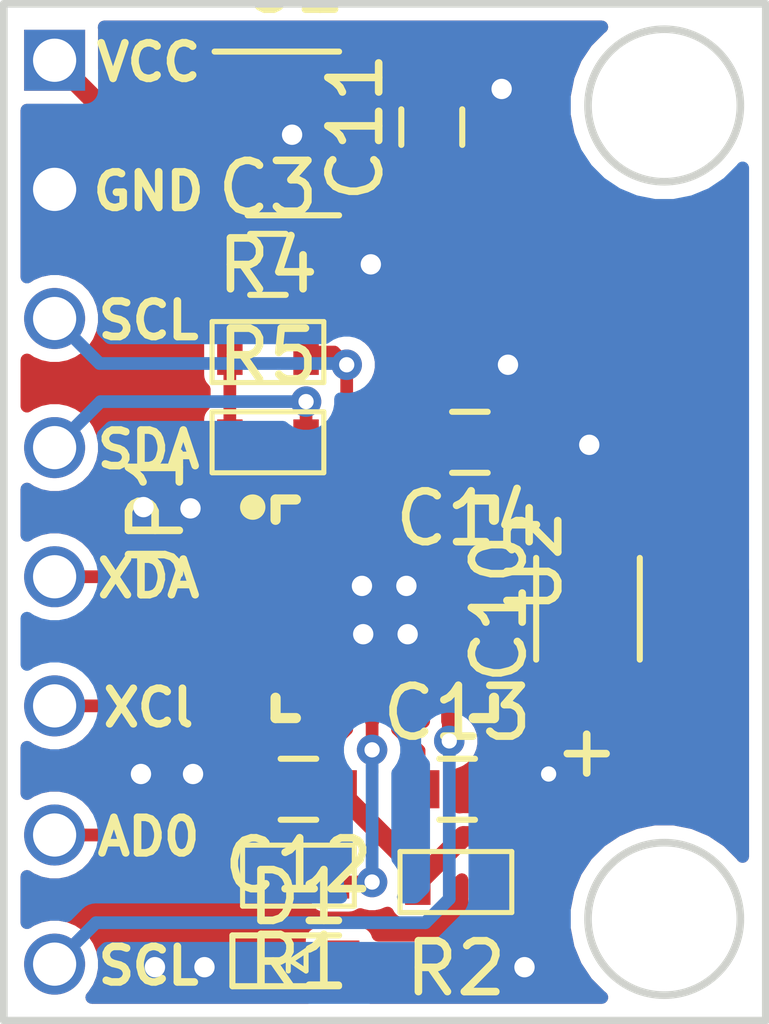
<source format=kicad_pcb>
(kicad_pcb (version 20171130) (host pcbnew "(5.1.9)-1")

  (general
    (thickness 1.6)
    (drawings 15)
    (tracks 106)
    (zones 0)
    (modules 14)
    (nets 14)
  )

  (page A4)
  (layers
    (0 F.Cu signal)
    (31 B.Cu signal)
    (32 B.Adhes user)
    (33 F.Adhes user)
    (34 B.Paste user)
    (35 F.Paste user)
    (36 B.SilkS user)
    (37 F.SilkS user)
    (38 B.Mask user)
    (39 F.Mask user)
    (40 Dwgs.User user)
    (41 Cmts.User user)
    (42 Eco1.User user)
    (43 Eco2.User user)
    (44 Edge.Cuts user)
    (45 Margin user)
    (46 B.CrtYd user)
    (47 F.CrtYd user)
    (48 B.Fab user)
    (49 F.Fab user hide)
  )

  (setup
    (last_trace_width 0.25)
    (user_trace_width 0.3)
    (user_trace_width 0.4)
    (trace_clearance 0.2)
    (zone_clearance 0.508)
    (zone_45_only no)
    (trace_min 0.2)
    (via_size 0.8)
    (via_drill 0.4)
    (via_min_size 0.4)
    (via_min_drill 0.3)
    (user_via 0.6 0.3)
    (user_via 0.8 0.4)
    (uvia_size 0.3)
    (uvia_drill 0.1)
    (uvias_allowed no)
    (uvia_min_size 0.2)
    (uvia_min_drill 0.1)
    (edge_width 0.05)
    (segment_width 0.2)
    (pcb_text_width 0.3)
    (pcb_text_size 1.5 1.5)
    (mod_edge_width 0.12)
    (mod_text_size 1 1)
    (mod_text_width 0.15)
    (pad_size 1.8 1.8)
    (pad_drill 0)
    (pad_to_mask_clearance 0)
    (aux_axis_origin 118 96)
    (visible_elements 7FFBF7FF)
    (pcbplotparams
      (layerselection 0x010fc_ffffffff)
      (usegerberextensions false)
      (usegerberattributes true)
      (usegerberadvancedattributes true)
      (creategerberjobfile true)
      (excludeedgelayer true)
      (linewidth 0.100000)
      (plotframeref false)
      (viasonmask false)
      (mode 1)
      (useauxorigin false)
      (hpglpennumber 1)
      (hpglpenspeed 20)
      (hpglpendiameter 15.000000)
      (psnegative false)
      (psa4output false)
      (plotreference true)
      (plotvalue true)
      (plotinvisibletext false)
      (padsonsilk false)
      (subtractmaskfromsilk false)
      (outputformat 1)
      (mirror false)
      (drillshape 1)
      (scaleselection 1)
      (outputdirectory ""))
  )

  (net 0 "")
  (net 1 +5V)
  (net 2 GND)
  (net 3 +3V3)
  (net 4 /SDA)
  (net 5 /SCL)
  (net 6 /XDA)
  (net 7 /XCL)
  (net 8 /AD0)
  (net 9 /INT)
  (net 10 "Net-(U1-Pad4)")
  (net 11 "Net-(C13-Pad1)")
  (net 12 "Net-(C14-Pad2)")
  (net 13 "Net-(D1-Pad2)")

  (net_class Default "This is the default net class."
    (clearance 0.2)
    (trace_width 0.25)
    (via_dia 0.8)
    (via_drill 0.4)
    (uvia_dia 0.3)
    (uvia_drill 0.1)
    (add_net +3V3)
    (add_net +5V)
    (add_net /AD0)
    (add_net /INT)
    (add_net /SCL)
    (add_net /SDA)
    (add_net /XCL)
    (add_net /XDA)
    (add_net GND)
    (add_net "Net-(C13-Pad1)")
    (add_net "Net-(C14-Pad2)")
    (add_net "Net-(D1-Pad2)")
    (add_net "Net-(U1-Pad4)")
  )

  (module SMD:R_0603 (layer F.Cu) (tedit 5AEA730D) (tstamp 61582913)
    (at 126.9 93.275 180)
    (descr "Resistor SMD 0603, reflow soldering, Vishay (see dcrcw.pdf)")
    (tags "resistor 0603")
    (path /615B5731)
    (attr smd)
    (fp_text reference R2 (at 0 -1.7) (layer F.SilkS)
      (effects (font (size 1 1) (thickness 0.15)))
    )
    (fp_text value 4.7K (at 0 1.8) (layer F.Fab)
      (effects (font (size 1 1) (thickness 0.15)))
    )
    (fp_line (start 1.25 0.7) (end -1.25 0.7) (layer F.CrtYd) (width 0.05))
    (fp_line (start 1.25 0.7) (end 1.25 -0.7) (layer F.CrtYd) (width 0.05))
    (fp_line (start -1.25 -0.7) (end -1.25 0.7) (layer F.CrtYd) (width 0.05))
    (fp_line (start -1.25 -0.7) (end 1.25 -0.7) (layer F.CrtYd) (width 0.05))
    (fp_line (start -1.1 -0.6) (end 1.1 -0.6) (layer F.SilkS) (width 0.1))
    (fp_line (start 1.1 0.6) (end -1.1 0.6) (layer F.SilkS) (width 0.1))
    (fp_line (start -0.8 -0.4) (end 0.8 -0.4) (layer F.Fab) (width 0.1))
    (fp_line (start 0.8 -0.4) (end 0.8 0.4) (layer F.Fab) (width 0.1))
    (fp_line (start 0.8 0.4) (end -0.8 0.4) (layer F.Fab) (width 0.1))
    (fp_line (start -0.8 0.4) (end -0.8 -0.4) (layer F.Fab) (width 0.1))
    (fp_line (start -1.1 -0.6) (end -1.1 0.6) (layer F.SilkS) (width 0.1))
    (fp_line (start 1.1 -0.6) (end 1.1 0.6) (layer F.SilkS) (width 0.1))
    (fp_text user %R (at 0 0) (layer F.Fab)
      (effects (font (size 0.4 0.4) (thickness 0.075)))
    )
    (pad 2 smd rect (at 0.75 0 180) (size 0.5 0.9) (layers F.Cu F.Paste F.Mask)
      (net 3 +3V3))
    (pad 1 smd rect (at -0.75 0 180) (size 0.5 0.9) (layers F.Cu F.Paste F.Mask)
      (net 13 "Net-(D1-Pad2)"))
    (model ${KISYS3DMOD}/Resistors_SMD.3dshapes/R_0603.wrl
      (at (xyz 0 0 0))
      (scale (xyz 1 1 1))
      (rotate (xyz 0 0 0))
    )
  )

  (module SMD:LED_0603 (layer F.Cu) (tedit 5B95ED7D) (tstamp 615828C6)
    (at 123.8 94.825)
    (descr "LED 0603 smd package")
    (tags "LED led 0603 SMD smd SMT smt smdled SMDLED smtled SMTLED")
    (path /615BAB3D)
    (attr smd)
    (fp_text reference D1 (at 0 -1.25) (layer F.SilkS)
      (effects (font (size 1 1) (thickness 0.15)))
    )
    (fp_text value LED (at 0 1.35) (layer F.Fab)
      (effects (font (size 1 1) (thickness 0.15)))
    )
    (fp_line (start -1.45 -0.65) (end 1.45 -0.65) (layer F.CrtYd) (width 0.05))
    (fp_line (start -1.45 0.65) (end -1.45 -0.65) (layer F.CrtYd) (width 0.05))
    (fp_line (start 1.45 0.65) (end -1.45 0.65) (layer F.CrtYd) (width 0.05))
    (fp_line (start 1.45 -0.65) (end 1.45 0.65) (layer F.CrtYd) (width 0.05))
    (fp_line (start -1.3 -0.5) (end 0.8 -0.5) (layer F.SilkS) (width 0.12))
    (fp_line (start -1.3 0.5) (end 0.8 0.5) (layer F.SilkS) (width 0.12))
    (fp_line (start -0.8 0.4) (end -0.8 -0.4) (layer F.Fab) (width 0.1))
    (fp_line (start -0.8 -0.4) (end 0.8 -0.4) (layer F.Fab) (width 0.1))
    (fp_line (start 0.8 -0.4) (end 0.8 0.4) (layer F.Fab) (width 0.1))
    (fp_line (start 0.8 0.4) (end -0.8 0.4) (layer F.Fab) (width 0.1))
    (fp_line (start 0.15 -0.2) (end 0.15 0.2) (layer F.SilkS) (width 0.1))
    (fp_line (start 0.15 0.2) (end -0.15 0) (layer F.SilkS) (width 0.1))
    (fp_line (start -0.15 0) (end 0.15 -0.2) (layer F.SilkS) (width 0.1))
    (fp_line (start -0.2 -0.2) (end -0.2 0.2) (layer F.SilkS) (width 0.1))
    (fp_line (start -1.3 -0.5) (end -1.3 0.5) (layer F.SilkS) (width 0.12))
    (pad 1 smd rect (at -0.8 0 180) (size 0.8 0.8) (layers F.Cu F.Paste F.Mask)
      (net 2 GND))
    (pad 2 smd rect (at 0.8 0 180) (size 0.8 0.8) (layers F.Cu F.Paste F.Mask)
      (net 13 "Net-(D1-Pad2)"))
    (model ${KISYS3DMOD}/LEDs.3dshapes/LED_0603.wrl
      (at (xyz 0 0 0))
      (scale (xyz 1 1 1))
      (rotate (xyz 0 0 180))
    )
  )

  (module SMD:C_1206 (layer F.Cu) (tedit 58AA84B8) (tstamp 6158076A)
    (at 129.5 87.9 90)
    (descr "Capacitor SMD 1206, reflow soldering, AVX (see smccp.pdf)")
    (tags "capacitor 1206")
    (path /615865CC)
    (attr smd)
    (fp_text reference C10 (at 0 -1.75 90) (layer F.SilkS)
      (effects (font (size 1 1) (thickness 0.15)))
    )
    (fp_text value 10uF (at 0 2 90) (layer F.Fab)
      (effects (font (size 1 1) (thickness 0.15)))
    )
    (fp_line (start 2.25 1.05) (end -2.25 1.05) (layer F.CrtYd) (width 0.05))
    (fp_line (start 2.25 1.05) (end 2.25 -1.05) (layer F.CrtYd) (width 0.05))
    (fp_line (start -2.25 -1.05) (end -2.25 1.05) (layer F.CrtYd) (width 0.05))
    (fp_line (start -2.25 -1.05) (end 2.25 -1.05) (layer F.CrtYd) (width 0.05))
    (fp_line (start -1 1.02) (end 1 1.02) (layer F.SilkS) (width 0.12))
    (fp_line (start 1 -1.02) (end -1 -1.02) (layer F.SilkS) (width 0.12))
    (fp_line (start -1.6 -0.8) (end 1.6 -0.8) (layer F.Fab) (width 0.1))
    (fp_line (start 1.6 -0.8) (end 1.6 0.8) (layer F.Fab) (width 0.1))
    (fp_line (start 1.6 0.8) (end -1.6 0.8) (layer F.Fab) (width 0.1))
    (fp_line (start -1.6 0.8) (end -1.6 -0.8) (layer F.Fab) (width 0.1))
    (fp_text user %R (at 0 -1.75 90) (layer F.Fab)
      (effects (font (size 1 1) (thickness 0.15)))
    )
    (pad 2 smd rect (at 1.5 0 90) (size 1 1.6) (layers F.Cu F.Paste F.Mask)
      (net 2 GND))
    (pad 1 smd rect (at -1.5 0 90) (size 1 1.6) (layers F.Cu F.Paste F.Mask)
      (net 3 +3V3))
    (model Capacitors_SMD.3dshapes/C_1206.wrl
      (at (xyz 0 0 0))
      (scale (xyz 1 1 1))
      (rotate (xyz 0 0 0))
    )
  )

  (module SMD:R_0603 (layer F.Cu) (tedit 5AEA730D) (tstamp 61580C7D)
    (at 123.2 84.625)
    (descr "Resistor SMD 0603, reflow soldering, Vishay (see dcrcw.pdf)")
    (tags "resistor 0603")
    (path /615847A4)
    (attr smd)
    (fp_text reference R5 (at 0 -1.7) (layer F.SilkS)
      (effects (font (size 1 1) (thickness 0.15)))
    )
    (fp_text value 4.7K (at 0 1.8) (layer F.Fab)
      (effects (font (size 1 1) (thickness 0.15)))
    )
    (fp_line (start 1.25 0.7) (end -1.25 0.7) (layer F.CrtYd) (width 0.05))
    (fp_line (start 1.25 0.7) (end 1.25 -0.7) (layer F.CrtYd) (width 0.05))
    (fp_line (start -1.25 -0.7) (end -1.25 0.7) (layer F.CrtYd) (width 0.05))
    (fp_line (start -1.25 -0.7) (end 1.25 -0.7) (layer F.CrtYd) (width 0.05))
    (fp_line (start -1.1 -0.6) (end 1.1 -0.6) (layer F.SilkS) (width 0.1))
    (fp_line (start 1.1 0.6) (end -1.1 0.6) (layer F.SilkS) (width 0.1))
    (fp_line (start -0.8 -0.4) (end 0.8 -0.4) (layer F.Fab) (width 0.1))
    (fp_line (start 0.8 -0.4) (end 0.8 0.4) (layer F.Fab) (width 0.1))
    (fp_line (start 0.8 0.4) (end -0.8 0.4) (layer F.Fab) (width 0.1))
    (fp_line (start -0.8 0.4) (end -0.8 -0.4) (layer F.Fab) (width 0.1))
    (fp_line (start -1.1 -0.6) (end -1.1 0.6) (layer F.SilkS) (width 0.1))
    (fp_line (start 1.1 -0.6) (end 1.1 0.6) (layer F.SilkS) (width 0.1))
    (fp_text user %R (at 0 0) (layer F.Fab)
      (effects (font (size 0.4 0.4) (thickness 0.075)))
    )
    (pad 2 smd rect (at 0.75 0) (size 0.5 0.9) (layers F.Cu F.Paste F.Mask)
      (net 4 /SDA))
    (pad 1 smd rect (at -0.75 0) (size 0.5 0.9) (layers F.Cu F.Paste F.Mask)
      (net 3 +3V3))
    (model ${KISYS3DMOD}/Resistors_SMD.3dshapes/R_0603.wrl
      (at (xyz 0 0 0))
      (scale (xyz 1 1 1))
      (rotate (xyz 0 0 0))
    )
  )

  (module SMD:R_0603 (layer F.Cu) (tedit 5AEA730D) (tstamp 61581698)
    (at 123.2 82.85)
    (descr "Resistor SMD 0603, reflow soldering, Vishay (see dcrcw.pdf)")
    (tags "resistor 0603")
    (path /61585EC1)
    (attr smd)
    (fp_text reference R4 (at 0 -1.7) (layer F.SilkS)
      (effects (font (size 1 1) (thickness 0.15)))
    )
    (fp_text value 4.7K (at 0 1.8) (layer F.Fab)
      (effects (font (size 1 1) (thickness 0.15)))
    )
    (fp_line (start 1.25 0.7) (end -1.25 0.7) (layer F.CrtYd) (width 0.05))
    (fp_line (start 1.25 0.7) (end 1.25 -0.7) (layer F.CrtYd) (width 0.05))
    (fp_line (start -1.25 -0.7) (end -1.25 0.7) (layer F.CrtYd) (width 0.05))
    (fp_line (start -1.25 -0.7) (end 1.25 -0.7) (layer F.CrtYd) (width 0.05))
    (fp_line (start -1.1 -0.6) (end 1.1 -0.6) (layer F.SilkS) (width 0.1))
    (fp_line (start 1.1 0.6) (end -1.1 0.6) (layer F.SilkS) (width 0.1))
    (fp_line (start -0.8 -0.4) (end 0.8 -0.4) (layer F.Fab) (width 0.1))
    (fp_line (start 0.8 -0.4) (end 0.8 0.4) (layer F.Fab) (width 0.1))
    (fp_line (start 0.8 0.4) (end -0.8 0.4) (layer F.Fab) (width 0.1))
    (fp_line (start -0.8 0.4) (end -0.8 -0.4) (layer F.Fab) (width 0.1))
    (fp_line (start -1.1 -0.6) (end -1.1 0.6) (layer F.SilkS) (width 0.1))
    (fp_line (start 1.1 -0.6) (end 1.1 0.6) (layer F.SilkS) (width 0.1))
    (fp_text user %R (at 0 0) (layer F.Fab)
      (effects (font (size 0.4 0.4) (thickness 0.075)))
    )
    (pad 2 smd rect (at 0.75 0) (size 0.5 0.9) (layers F.Cu F.Paste F.Mask)
      (net 5 /SCL))
    (pad 1 smd rect (at -0.75 0) (size 0.5 0.9) (layers F.Cu F.Paste F.Mask)
      (net 3 +3V3))
    (model ${KISYS3DMOD}/Resistors_SMD.3dshapes/R_0603.wrl
      (at (xyz 0 0 0))
      (scale (xyz 1 1 1))
      (rotate (xyz 0 0 0))
    )
  )

  (module lc_lib:QFN-24_4X4X05P (layer F.Cu) (tedit 615810C3) (tstamp 61580811)
    (at 125.5 87.9 270)
    (path /6158CC6F)
    (fp_text reference U2 (at -0.924419 -2.950076 90) (layer F.SilkS)
      (effects (font (size 1 1) (thickness 0.15)))
    )
    (fp_text value MPU-6050 (at 1.733066 5.348724 90) (layer F.Fab)
      (effects (font (size 1 1) (thickness 0.15)))
    )
    (fp_line (start -2.4 2.775) (end -2.4 -2.4) (layer F.CrtYd) (width 0.05))
    (fp_line (start 2.4 2.775) (end -2.4 2.775) (layer F.CrtYd) (width 0.05))
    (fp_line (start 2.4 -2.4) (end 2.4 2.775) (layer F.CrtYd) (width 0.05))
    (fp_line (start -2.4 -2.4) (end 2.4 -2.4) (layer F.CrtYd) (width 0.05))
    (fp_line (start 2.15 2.15) (end 2.15 1.75) (layer F.SilkS) (width 0.2))
    (fp_line (start 1.75 2.15) (end 2.15 2.15) (layer F.SilkS) (width 0.2))
    (fp_line (start 2.15 -1.75) (end 2.15 -2.15) (layer F.SilkS) (width 0.2))
    (fp_line (start 1.75 -2.15) (end 2.15 -2.15) (layer F.SilkS) (width 0.2))
    (fp_line (start -2.15 -2.15) (end -1.75 -2.15) (layer F.SilkS) (width 0.2))
    (fp_line (start -2.15 -1.75) (end -2.15 -2.15) (layer F.SilkS) (width 0.2))
    (fp_line (start -2.15 2.15) (end -2.15 1.75) (layer F.SilkS) (width 0.2))
    (fp_line (start -2.15 2.15) (end -1.75 2.15) (layer F.SilkS) (width 0.2))
    (fp_circle (center -2 2.6) (end -1.875 2.6) (layer F.SilkS) (width 0.25))
    (fp_line (start 2 2) (end 2 -2) (layer F.Fab) (width 0.1))
    (fp_line (start -2 2) (end -2 -2) (layer F.Fab) (width 0.1))
    (fp_line (start -2 -2) (end 2 -2) (layer F.Fab) (width 0.1))
    (fp_line (start -2 2) (end 2 2) (layer F.Fab) (width 0.1))
    (fp_circle (center -1.1 1.1) (end -0.6 1.1) (layer F.Fab) (width 0.1))
    (pad 24 smd oval (at -2 1.25) (size 0.28 0.7) (layers F.Cu F.Paste F.Mask)
      (net 4 /SDA))
    (pad 23 smd oval (at -2 0.75) (size 0.28 0.7) (layers F.Cu F.Paste F.Mask)
      (net 5 /SCL))
    (pad 22 smd oval (at -2 0.25) (size 0.28 0.7) (layers F.Cu F.Paste F.Mask))
    (pad 21 smd oval (at -2 -0.25) (size 0.28 0.7) (layers F.Cu F.Paste F.Mask))
    (pad 20 smd oval (at -2 -0.75) (size 0.28 0.7) (layers F.Cu F.Paste F.Mask)
      (net 12 "Net-(C14-Pad2)"))
    (pad 19 smd oval (at -2 -1.25) (size 0.28 0.7) (layers F.Cu F.Paste F.Mask))
    (pad 18 smd oval (at -1.25 -2 90) (size 0.28 0.7) (layers F.Cu F.Paste F.Mask)
      (net 2 GND))
    (pad 17 smd oval (at -0.75 -2 90) (size 0.28 0.7) (layers F.Cu F.Paste F.Mask))
    (pad 16 smd oval (at -0.25 -2 90) (size 0.28 0.7) (layers F.Cu F.Paste F.Mask))
    (pad 15 smd oval (at 0.25 -2 90) (size 0.28 0.7) (layers F.Cu F.Paste F.Mask))
    (pad 14 smd oval (at 0.75 -2 90) (size 0.28 0.7) (layers F.Cu F.Paste F.Mask))
    (pad 13 smd oval (at 1.25 -2 90) (size 0.28 0.7) (layers F.Cu F.Paste F.Mask)
      (net 3 +3V3))
    (pad 12 smd oval (at 2 -1.25) (size 0.28 0.7) (layers F.Cu F.Paste F.Mask)
      (net 9 /INT))
    (pad 11 smd oval (at 2 -0.75) (size 0.28 0.7) (layers F.Cu F.Paste F.Mask)
      (net 2 GND))
    (pad 10 smd oval (at 2 -0.25) (size 0.28 0.7) (layers F.Cu F.Paste F.Mask)
      (net 11 "Net-(C13-Pad1)"))
    (pad 9 smd oval (at 2 0.25) (size 0.28 0.7) (layers F.Cu F.Paste F.Mask)
      (net 8 /AD0))
    (pad 8 smd oval (at 2 0.75) (size 0.28 0.7) (layers F.Cu F.Paste F.Mask)
      (net 3 +3V3))
    (pad 7 smd oval (at 2 1.25) (size 0.28 0.7) (layers F.Cu F.Paste F.Mask)
      (net 7 /XCL))
    (pad 6 smd oval (at 1.25 2 90) (size 0.28 0.7) (layers F.Cu F.Paste F.Mask)
      (net 6 /XDA))
    (pad 5 smd oval (at 0.75 2 90) (size 0.28 0.7) (layers F.Cu F.Paste F.Mask))
    (pad 4 smd oval (at 0.25 2 90) (size 0.28 0.7) (layers F.Cu F.Paste F.Mask))
    (pad 3 smd oval (at -0.25 2 90) (size 0.28 0.7) (layers F.Cu F.Paste F.Mask))
    (pad 2 smd oval (at -0.75 2 90) (size 0.28 0.7) (layers F.Cu F.Paste F.Mask))
    (pad 1 smd oval (at -1.25 2 90) (size 0.28 0.7) (layers F.Cu F.Paste F.Mask)
      (net 2 GND))
    (pad 0 smd rect (at 0 0) (size 1.8 1.8) (layers F.Cu F.Paste F.Mask)
      (net 2 GND))
    (model ${KISYS3DMOD}/Package_DFN_QFN.3dshapes/QFN-24-1EP_4x4mm_P0.5mm_EP2.6x2.6mm.step
      (at (xyz 0 0 0))
      (scale (xyz 1 1 1))
      (rotate (xyz 0 0 -90))
    )
  )

  (module SOT:SOT-23-5 (layer F.Cu) (tedit 58CE4E7E) (tstamp 615807E2)
    (at 123.7 78.55)
    (descr "5-pin SOT23 package")
    (tags SOT-23-5)
    (path /615844CC)
    (attr smd)
    (fp_text reference U1 (at 0 -2.9) (layer F.SilkS)
      (effects (font (size 1 1) (thickness 0.15)))
    )
    (fp_text value SPX3819M5-L-3-3 (at 0 2.9) (layer F.Fab)
      (effects (font (size 1 1) (thickness 0.15)))
    )
    (fp_line (start 0.9 -1.55) (end 0.9 1.55) (layer F.Fab) (width 0.1))
    (fp_line (start 0.9 1.55) (end -0.9 1.55) (layer F.Fab) (width 0.1))
    (fp_line (start -0.9 -0.9) (end -0.9 1.55) (layer F.Fab) (width 0.1))
    (fp_line (start 0.9 -1.55) (end -0.25 -1.55) (layer F.Fab) (width 0.1))
    (fp_line (start -0.9 -0.9) (end -0.25 -1.55) (layer F.Fab) (width 0.1))
    (fp_line (start -1.9 1.8) (end -1.9 -1.8) (layer F.CrtYd) (width 0.05))
    (fp_line (start 1.9 1.8) (end -1.9 1.8) (layer F.CrtYd) (width 0.05))
    (fp_line (start 1.9 -1.8) (end 1.9 1.8) (layer F.CrtYd) (width 0.05))
    (fp_line (start -1.9 -1.8) (end 1.9 -1.8) (layer F.CrtYd) (width 0.05))
    (fp_line (start 0.9 -1.61) (end -1.55 -1.61) (layer F.SilkS) (width 0.12))
    (fp_line (start -0.9 1.61) (end 0.9 1.61) (layer F.SilkS) (width 0.12))
    (fp_text user %R (at 0 0 90) (layer F.Fab)
      (effects (font (size 0.5 0.5) (thickness 0.075)))
    )
    (pad 5 smd rect (at 1.1 -0.95) (size 1.06 0.65) (layers F.Cu F.Paste F.Mask)
      (net 3 +3V3))
    (pad 4 smd rect (at 1.1 0.95) (size 1.06 0.65) (layers F.Cu F.Paste F.Mask)
      (net 10 "Net-(U1-Pad4)"))
    (pad 3 smd rect (at -1.1 0.95) (size 1.06 0.65) (layers F.Cu F.Paste F.Mask)
      (net 1 +5V))
    (pad 2 smd rect (at -1.1 0) (size 1.06 0.65) (layers F.Cu F.Paste F.Mask)
      (net 2 GND))
    (pad 1 smd rect (at -1.1 -0.95) (size 1.06 0.65) (layers F.Cu F.Paste F.Mask)
      (net 1 +5V))
    (model ${KISYS3DMOD}/TO_SOT_Packages_SMD.3dshapes/SOT-23-5.wrl
      (at (xyz 0 0 0))
      (scale (xyz 1 1 1))
      (rotate (xyz 0 0 0))
    )
  )

  (module SMD:R_0603 (layer F.Cu) (tedit 5AEA730D) (tstamp 615807CD)
    (at 123.8 93.15 180)
    (descr "Resistor SMD 0603, reflow soldering, Vishay (see dcrcw.pdf)")
    (tags "resistor 0603")
    (path /6158E0FD)
    (attr smd)
    (fp_text reference R1 (at 0 -1.7) (layer F.SilkS)
      (effects (font (size 1 1) (thickness 0.15)))
    )
    (fp_text value 4.7K (at 0 1.8) (layer F.Fab)
      (effects (font (size 1 1) (thickness 0.15)))
    )
    (fp_line (start 1.25 0.7) (end -1.25 0.7) (layer F.CrtYd) (width 0.05))
    (fp_line (start 1.25 0.7) (end 1.25 -0.7) (layer F.CrtYd) (width 0.05))
    (fp_line (start -1.25 -0.7) (end -1.25 0.7) (layer F.CrtYd) (width 0.05))
    (fp_line (start -1.25 -0.7) (end 1.25 -0.7) (layer F.CrtYd) (width 0.05))
    (fp_line (start -1.1 -0.6) (end 1.1 -0.6) (layer F.SilkS) (width 0.1))
    (fp_line (start 1.1 0.6) (end -1.1 0.6) (layer F.SilkS) (width 0.1))
    (fp_line (start -0.8 -0.4) (end 0.8 -0.4) (layer F.Fab) (width 0.1))
    (fp_line (start 0.8 -0.4) (end 0.8 0.4) (layer F.Fab) (width 0.1))
    (fp_line (start 0.8 0.4) (end -0.8 0.4) (layer F.Fab) (width 0.1))
    (fp_line (start -0.8 0.4) (end -0.8 -0.4) (layer F.Fab) (width 0.1))
    (fp_line (start -1.1 -0.6) (end -1.1 0.6) (layer F.SilkS) (width 0.1))
    (fp_line (start 1.1 -0.6) (end 1.1 0.6) (layer F.SilkS) (width 0.1))
    (fp_text user %R (at 0 0) (layer F.Fab)
      (effects (font (size 0.4 0.4) (thickness 0.075)))
    )
    (pad 2 smd rect (at 0.75 0 180) (size 0.5 0.9) (layers F.Cu F.Paste F.Mask)
      (net 2 GND))
    (pad 1 smd rect (at -0.75 0 180) (size 0.5 0.9) (layers F.Cu F.Paste F.Mask)
      (net 8 /AD0))
    (model ${KISYS3DMOD}/Resistors_SMD.3dshapes/R_0603.wrl
      (at (xyz 0 0 0))
      (scale (xyz 1 1 1))
      (rotate (xyz 0 0 0))
    )
  )

  (module DIP:DIP-1.5Hole-2.54mm-Pitch-8P (layer F.Cu) (tedit 5AF2C6F8) (tstamp 615807BA)
    (at 119 86 270)
    (path /615BCB99)
    (fp_text reference JP1 (at 0 -2 90) (layer F.SilkS)
      (effects (font (size 1 1) (thickness 0.15)))
    )
    (fp_text value JACK8 (at 0 2 90) (layer F.Fab)
      (effects (font (size 1 1) (thickness 0.15)))
    )
    (pad 4 thru_hole circle (at -1.27 0 270) (size 1.2 1.2) (drill 0.85) (layers *.Cu *.Mask)
      (net 4 /SDA))
    (pad 3 thru_hole circle (at -3.81 0 270) (size 1.2 1.2) (drill 0.85) (layers *.Cu *.Mask)
      (net 5 /SCL))
    (pad 2 thru_hole circle (at -6.35 0 270) (size 1.2 1.2) (drill 0.85) (layers *.Cu *.Mask)
      (net 2 GND))
    (pad 1 thru_hole rect (at -8.89 0 270) (size 1.2 1.2) (drill 0.85) (layers *.Cu *.Mask)
      (net 1 +5V))
    (pad 5 thru_hole circle (at 1.27 0 270) (size 1.2 1.2) (drill 0.85) (layers *.Cu *.Mask)
      (net 6 /XDA))
    (pad 6 thru_hole circle (at 3.81 0 270) (size 1.2 1.2) (drill 0.85) (layers *.Cu *.Mask)
      (net 7 /XCL))
    (pad 7 thru_hole circle (at 6.35 0 270) (size 1.2 1.2) (drill 0.85) (layers *.Cu *.Mask)
      (net 8 /AD0))
    (pad 8 thru_hole circle (at 8.89 0 270) (size 1.2 1.2) (drill 0.85) (layers *.Cu *.Mask)
      (net 9 /INT))
  )

  (module SMD:C_0603 (layer F.Cu) (tedit 59958EE7) (tstamp 615807AE)
    (at 127.175 84.625 180)
    (descr "Capacitor SMD 0603, reflow soldering, AVX (see smccp.pdf)")
    (tags "capacitor 0603")
    (path /615A8BA9)
    (attr smd)
    (fp_text reference C14 (at 0 -1.5) (layer F.SilkS)
      (effects (font (size 1 1) (thickness 0.15)))
    )
    (fp_text value 2.2nF (at 0 1.5) (layer F.Fab)
      (effects (font (size 1 1) (thickness 0.15)))
    )
    (fp_line (start -0.8 0.4) (end -0.8 -0.4) (layer F.Fab) (width 0.1))
    (fp_line (start 0.8 0.4) (end -0.8 0.4) (layer F.Fab) (width 0.1))
    (fp_line (start 0.8 -0.4) (end 0.8 0.4) (layer F.Fab) (width 0.1))
    (fp_line (start -0.8 -0.4) (end 0.8 -0.4) (layer F.Fab) (width 0.1))
    (fp_line (start -0.35 -0.6) (end 0.35 -0.6) (layer F.SilkS) (width 0.12))
    (fp_line (start 0.35 0.6) (end -0.35 0.6) (layer F.SilkS) (width 0.12))
    (fp_line (start -1.4 -0.65) (end 1.4 -0.65) (layer F.CrtYd) (width 0.05))
    (fp_line (start -1.4 -0.65) (end -1.4 0.65) (layer F.CrtYd) (width 0.05))
    (fp_line (start 1.4 0.65) (end 1.4 -0.65) (layer F.CrtYd) (width 0.05))
    (fp_line (start 1.4 0.65) (end -1.4 0.65) (layer F.CrtYd) (width 0.05))
    (fp_text user %R (at 0 0) (layer F.Fab)
      (effects (font (size 0.3 0.3) (thickness 0.075)))
    )
    (pad 1 smd rect (at -0.75 0 180) (size 0.8 0.75) (layers F.Cu F.Paste F.Mask)
      (net 2 GND))
    (pad 2 smd rect (at 0.75 0 180) (size 0.8 0.75) (layers F.Cu F.Paste F.Mask)
      (net 12 "Net-(C14-Pad2)"))
    (model Capacitors_SMD.3dshapes/C_0603.wrl
      (at (xyz 0 0 0))
      (scale (xyz 1 1 1))
      (rotate (xyz 0 0 0))
    )
  )

  (module SMD:C_0603 (layer F.Cu) (tedit 59958EE7) (tstamp 6158079D)
    (at 126.925 91.45)
    (descr "Capacitor SMD 0603, reflow soldering, AVX (see smccp.pdf)")
    (tags "capacitor 0603")
    (path /615A211A)
    (attr smd)
    (fp_text reference C13 (at 0 -1.5) (layer F.SilkS)
      (effects (font (size 1 1) (thickness 0.15)))
    )
    (fp_text value 0.1uF (at 0 1.5) (layer F.Fab)
      (effects (font (size 1 1) (thickness 0.15)))
    )
    (fp_line (start -0.8 0.4) (end -0.8 -0.4) (layer F.Fab) (width 0.1))
    (fp_line (start 0.8 0.4) (end -0.8 0.4) (layer F.Fab) (width 0.1))
    (fp_line (start 0.8 -0.4) (end 0.8 0.4) (layer F.Fab) (width 0.1))
    (fp_line (start -0.8 -0.4) (end 0.8 -0.4) (layer F.Fab) (width 0.1))
    (fp_line (start -0.35 -0.6) (end 0.35 -0.6) (layer F.SilkS) (width 0.12))
    (fp_line (start 0.35 0.6) (end -0.35 0.6) (layer F.SilkS) (width 0.12))
    (fp_line (start -1.4 -0.65) (end 1.4 -0.65) (layer F.CrtYd) (width 0.05))
    (fp_line (start -1.4 -0.65) (end -1.4 0.65) (layer F.CrtYd) (width 0.05))
    (fp_line (start 1.4 0.65) (end 1.4 -0.65) (layer F.CrtYd) (width 0.05))
    (fp_line (start 1.4 0.65) (end -1.4 0.65) (layer F.CrtYd) (width 0.05))
    (fp_text user %R (at 0 0) (layer F.Fab)
      (effects (font (size 0.3 0.3) (thickness 0.075)))
    )
    (pad 1 smd rect (at -0.75 0) (size 0.8 0.75) (layers F.Cu F.Paste F.Mask)
      (net 11 "Net-(C13-Pad1)"))
    (pad 2 smd rect (at 0.75 0) (size 0.8 0.75) (layers F.Cu F.Paste F.Mask)
      (net 2 GND))
    (model Capacitors_SMD.3dshapes/C_0603.wrl
      (at (xyz 0 0 0))
      (scale (xyz 1 1 1))
      (rotate (xyz 0 0 0))
    )
  )

  (module SMD:C_0603 (layer F.Cu) (tedit 59958EE7) (tstamp 6158078C)
    (at 126.425 78.425 90)
    (descr "Capacitor SMD 0603, reflow soldering, AVX (see smccp.pdf)")
    (tags "capacitor 0603")
    (path /61599AB6)
    (attr smd)
    (fp_text reference C11 (at 0 -1.5 90) (layer F.SilkS)
      (effects (font (size 1 1) (thickness 0.15)))
    )
    (fp_text value 0.1uF (at 0 1.5 90) (layer F.Fab)
      (effects (font (size 1 1) (thickness 0.15)))
    )
    (fp_line (start -0.8 0.4) (end -0.8 -0.4) (layer F.Fab) (width 0.1))
    (fp_line (start 0.8 0.4) (end -0.8 0.4) (layer F.Fab) (width 0.1))
    (fp_line (start 0.8 -0.4) (end 0.8 0.4) (layer F.Fab) (width 0.1))
    (fp_line (start -0.8 -0.4) (end 0.8 -0.4) (layer F.Fab) (width 0.1))
    (fp_line (start -0.35 -0.6) (end 0.35 -0.6) (layer F.SilkS) (width 0.12))
    (fp_line (start 0.35 0.6) (end -0.35 0.6) (layer F.SilkS) (width 0.12))
    (fp_line (start -1.4 -0.65) (end 1.4 -0.65) (layer F.CrtYd) (width 0.05))
    (fp_line (start -1.4 -0.65) (end -1.4 0.65) (layer F.CrtYd) (width 0.05))
    (fp_line (start 1.4 0.65) (end 1.4 -0.65) (layer F.CrtYd) (width 0.05))
    (fp_line (start 1.4 0.65) (end -1.4 0.65) (layer F.CrtYd) (width 0.05))
    (fp_text user %R (at 0 0 90) (layer F.Fab)
      (effects (font (size 0.3 0.3) (thickness 0.075)))
    )
    (pad 1 smd rect (at -0.75 0 90) (size 0.8 0.75) (layers F.Cu F.Paste F.Mask)
      (net 3 +3V3))
    (pad 2 smd rect (at 0.75 0 90) (size 0.8 0.75) (layers F.Cu F.Paste F.Mask)
      (net 2 GND))
    (model Capacitors_SMD.3dshapes/C_0603.wrl
      (at (xyz 0 0 0))
      (scale (xyz 1 1 1))
      (rotate (xyz 0 0 0))
    )
  )

  (module SMD:C_0603 (layer F.Cu) (tedit 59958EE7) (tstamp 6158077B)
    (at 123.8 91.45 180)
    (descr "Capacitor SMD 0603, reflow soldering, AVX (see smccp.pdf)")
    (tags "capacitor 0603")
    (path /615869A4)
    (attr smd)
    (fp_text reference C12 (at 0 -1.5) (layer F.SilkS)
      (effects (font (size 1 1) (thickness 0.15)))
    )
    (fp_text value 0.1uF (at 0 1.5) (layer F.Fab)
      (effects (font (size 1 1) (thickness 0.15)))
    )
    (fp_line (start -0.8 0.4) (end -0.8 -0.4) (layer F.Fab) (width 0.1))
    (fp_line (start 0.8 0.4) (end -0.8 0.4) (layer F.Fab) (width 0.1))
    (fp_line (start 0.8 -0.4) (end 0.8 0.4) (layer F.Fab) (width 0.1))
    (fp_line (start -0.8 -0.4) (end 0.8 -0.4) (layer F.Fab) (width 0.1))
    (fp_line (start -0.35 -0.6) (end 0.35 -0.6) (layer F.SilkS) (width 0.12))
    (fp_line (start 0.35 0.6) (end -0.35 0.6) (layer F.SilkS) (width 0.12))
    (fp_line (start -1.4 -0.65) (end 1.4 -0.65) (layer F.CrtYd) (width 0.05))
    (fp_line (start -1.4 -0.65) (end -1.4 0.65) (layer F.CrtYd) (width 0.05))
    (fp_line (start 1.4 0.65) (end 1.4 -0.65) (layer F.CrtYd) (width 0.05))
    (fp_line (start 1.4 0.65) (end -1.4 0.65) (layer F.CrtYd) (width 0.05))
    (fp_text user %R (at 0 0) (layer F.Fab)
      (effects (font (size 0.3 0.3) (thickness 0.075)))
    )
    (pad 1 smd rect (at -0.75 0 180) (size 0.8 0.75) (layers F.Cu F.Paste F.Mask)
      (net 3 +3V3))
    (pad 2 smd rect (at 0.75 0 180) (size 0.8 0.75) (layers F.Cu F.Paste F.Mask)
      (net 2 GND))
    (model Capacitors_SMD.3dshapes/C_0603.wrl
      (at (xyz 0 0 0))
      (scale (xyz 1 1 1))
      (rotate (xyz 0 0 0))
    )
  )

  (module SMD:C_0603 (layer F.Cu) (tedit 59958EE7) (tstamp 61580759)
    (at 123.2 81.125)
    (descr "Capacitor SMD 0603, reflow soldering, AVX (see smccp.pdf)")
    (tags "capacitor 0603")
    (path /6158605D)
    (attr smd)
    (fp_text reference C3 (at 0 -1.5) (layer F.SilkS)
      (effects (font (size 1 1) (thickness 0.15)))
    )
    (fp_text value 4.7uF (at 0 1.5) (layer F.Fab)
      (effects (font (size 1 1) (thickness 0.15)))
    )
    (fp_line (start -0.8 0.4) (end -0.8 -0.4) (layer F.Fab) (width 0.1))
    (fp_line (start 0.8 0.4) (end -0.8 0.4) (layer F.Fab) (width 0.1))
    (fp_line (start 0.8 -0.4) (end 0.8 0.4) (layer F.Fab) (width 0.1))
    (fp_line (start -0.8 -0.4) (end 0.8 -0.4) (layer F.Fab) (width 0.1))
    (fp_line (start -0.35 -0.6) (end 0.35 -0.6) (layer F.SilkS) (width 0.12))
    (fp_line (start 0.35 0.6) (end -0.35 0.6) (layer F.SilkS) (width 0.12))
    (fp_line (start -1.4 -0.65) (end 1.4 -0.65) (layer F.CrtYd) (width 0.05))
    (fp_line (start -1.4 -0.65) (end -1.4 0.65) (layer F.CrtYd) (width 0.05))
    (fp_line (start 1.4 0.65) (end 1.4 -0.65) (layer F.CrtYd) (width 0.05))
    (fp_line (start 1.4 0.65) (end -1.4 0.65) (layer F.CrtYd) (width 0.05))
    (fp_text user %R (at 0 0) (layer F.Fab)
      (effects (font (size 0.3 0.3) (thickness 0.075)))
    )
    (pad 1 smd rect (at -0.75 0) (size 0.8 0.75) (layers F.Cu F.Paste F.Mask)
      (net 1 +5V))
    (pad 2 smd rect (at 0.75 0) (size 0.8 0.75) (layers F.Cu F.Paste F.Mask)
      (net 2 GND))
    (model Capacitors_SMD.3dshapes/C_0603.wrl
      (at (xyz 0 0 0))
      (scale (xyz 1 1 1))
      (rotate (xyz 0 0 0))
    )
  )

  (gr_text + (at 129.475 90.675) (layer F.SilkS)
    (effects (font (size 1 1) (thickness 0.15)))
  )
  (gr_text SCL (at 120.85 94.925) (layer F.SilkS) (tstamp 61583EE2)
    (effects (font (size 0.7 0.7) (thickness 0.15)))
  )
  (gr_text AD0 (at 120.85 92.38571) (layer F.SilkS) (tstamp 61583EE2)
    (effects (font (size 0.7 0.7) (thickness 0.15)))
  )
  (gr_text XCl (at 120.85 89.846425) (layer F.SilkS) (tstamp 61583EE2)
    (effects (font (size 0.7 0.7) (thickness 0.15)))
  )
  (gr_text XDA (at 120.85 87.30714) (layer F.SilkS) (tstamp 61583EE2)
    (effects (font (size 0.7 0.7) (thickness 0.15)))
  )
  (gr_text SDA (at 120.85 84.767855) (layer F.SilkS) (tstamp 61583EE2)
    (effects (font (size 0.7 0.7) (thickness 0.15)))
  )
  (gr_text SCL (at 120.85 82.22857) (layer F.SilkS) (tstamp 61583EC4)
    (effects (font (size 0.7 0.7) (thickness 0.15)))
  )
  (gr_text GND (at 120.85 79.689285) (layer F.SilkS) (tstamp 61583EC4)
    (effects (font (size 0.7 0.7) (thickness 0.15)))
  )
  (gr_text VCC (at 120.85 77.15) (layer F.SilkS)
    (effects (font (size 0.7 0.7) (thickness 0.15)))
  )
  (gr_circle (center 131 94) (end 131 95.5) (layer Edge.Cuts) (width 0.15) (tstamp 61581E35))
  (gr_circle (center 131 78) (end 132.5 78) (layer Edge.Cuts) (width 0.15))
  (gr_line (start 118 76) (end 118 96) (layer Edge.Cuts) (width 0.15) (tstamp 6158160F))
  (gr_line (start 118 96) (end 133 96) (layer Edge.Cuts) (width 0.15) (tstamp 61581605))
  (gr_line (start 133 76) (end 133 96) (layer Edge.Cuts) (width 0.15))
  (gr_line (start 118 76) (end 133 76) (layer Edge.Cuts) (width 0.15))

  (segment (start 122.6 80.975) (end 122.45 81.125) (width 0.4) (layer F.Cu) (net 1))
  (segment (start 122.6 79.5) (end 122.6 80.975) (width 0.4) (layer F.Cu) (net 1))
  (segment (start 121.225 81.125) (end 122.45 81.125) (width 0.4) (layer F.Cu) (net 1))
  (segment (start 120.55 80.45) (end 121.225 81.125) (width 0.4) (layer F.Cu) (net 1))
  (segment (start 120.55 78.66) (end 120.55 80.45) (width 0.4) (layer F.Cu) (net 1))
  (segment (start 119 77.11) (end 120.55 78.66) (width 0.4) (layer F.Cu) (net 1))
  (segment (start 122.6 77.6) (end 121.725 77.6) (width 0.4) (layer F.Cu) (net 1))
  (segment (start 121.3 79.1) (end 121.7 79.5) (width 0.4) (layer F.Cu) (net 1))
  (segment (start 121.725 77.6) (end 121.3 78.025) (width 0.4) (layer F.Cu) (net 1))
  (segment (start 121.3 78.025) (end 121.3 79.1) (width 0.4) (layer F.Cu) (net 1))
  (segment (start 121.7 79.5) (end 122.6 79.5) (width 0.4) (layer F.Cu) (net 1))
  (via (at 125.95 88.4) (size 0.8) (drill 0.4) (layers F.Cu B.Cu) (net 2))
  (via (at 125.075 88.4) (size 0.8) (drill 0.4) (layers F.Cu B.Cu) (net 2))
  (via (at 125.925 87.45) (size 0.8) (drill 0.4) (layers F.Cu B.Cu) (net 2))
  (via (at 125.05 87.45) (size 0.8) (drill 0.4) (layers F.Cu B.Cu) (net 2))
  (via (at 127.925 83.1) (size 0.8) (drill 0.4) (layers F.Cu B.Cu) (net 2))
  (via (at 120.75 85.9) (size 0.8) (drill 0.4) (layers F.Cu B.Cu) (net 2))
  (via (at 120.975 94.95) (size 0.8) (drill 0.4) (layers F.Cu B.Cu) (net 2))
  (via (at 121.95 94.95) (size 0.8) (drill 0.4) (layers F.Cu B.Cu) (net 2))
  (via (at 128.25 94.95) (size 0.8) (drill 0.4) (layers F.Cu B.Cu) (net 2))
  (via (at 128.725 91.15) (size 0.6) (drill 0.3) (layers F.Cu B.Cu) (net 2))
  (via (at 120.7 91.15) (size 0.8) (drill 0.4) (layers F.Cu B.Cu) (net 2))
  (via (at 121.725 91.15) (size 0.8) (drill 0.4) (layers F.Cu B.Cu) (net 2))
  (via (at 129.525 84.675) (size 0.8) (drill 0.4) (layers F.Cu B.Cu) (net 2))
  (via (at 125.225 81.125) (size 0.8) (drill 0.4) (layers F.Cu B.Cu) (net 2))
  (via (at 127.8 77.675) (size 0.8) (drill 0.4) (layers F.Cu B.Cu) (net 2))
  (via (at 123.675 78.575) (size 0.8) (drill 0.4) (layers F.Cu B.Cu) (net 2))
  (segment (start 123.65 78.55) (end 123.675 78.575) (width 0.25) (layer F.Cu) (net 2))
  (segment (start 122.6 78.55) (end 123.65 78.55) (width 0.25) (layer F.Cu) (net 2))
  (via (at 121.675 85.925) (size 0.8) (drill 0.4) (layers F.Cu B.Cu) (net 2))
  (segment (start 126.25 88.7) (end 126.25 89.9) (width 0.25) (layer F.Cu) (net 2))
  (segment (start 125.95 88.4) (end 126.25 88.7) (width 0.25) (layer F.Cu) (net 2))
  (segment (start 124.25 86.65) (end 125.05 87.45) (width 0.25) (layer F.Cu) (net 2))
  (segment (start 123.5 86.65) (end 124.25 86.65) (width 0.25) (layer F.Cu) (net 2))
  (segment (start 126.725 86.65) (end 125.925 87.45) (width 0.25) (layer F.Cu) (net 2))
  (segment (start 127.5 86.65) (end 126.725 86.65) (width 0.25) (layer F.Cu) (net 2))
  (segment (start 124.85 77.6) (end 126.425 79.175) (width 0.4) (layer F.Cu) (net 3))
  (segment (start 124.8 77.6) (end 124.85 77.6) (width 0.4) (layer F.Cu) (net 3))
  (segment (start 122.45 82.85) (end 122.45 84.625) (width 0.25) (layer F.Cu) (net 3))
  (segment (start 122.45 82.85) (end 122.45 82.575) (width 0.25) (layer F.Cu) (net 3))
  (segment (start 122.45 82.575) (end 123 82.025) (width 0.25) (layer F.Cu) (net 3))
  (segment (start 123 82.025) (end 125.65 82.025) (width 0.25) (layer F.Cu) (net 3))
  (segment (start 126.425 81.25) (end 126.425 79.175) (width 0.25) (layer F.Cu) (net 3))
  (segment (start 125.65 82.025) (end 126.425 81.25) (width 0.25) (layer F.Cu) (net 3))
  (segment (start 129.9 89.4) (end 129.5 89.4) (width 0.4) (layer F.Cu) (net 3))
  (segment (start 132.025 87.275) (end 129.9 89.4) (width 0.4) (layer F.Cu) (net 3))
  (segment (start 132.025 81.95) (end 132.025 87.275) (width 0.4) (layer F.Cu) (net 3))
  (segment (start 129.25 79.175) (end 132.025 81.95) (width 0.4) (layer F.Cu) (net 3))
  (segment (start 126.425 79.175) (end 129.25 79.175) (width 0.4) (layer F.Cu) (net 3))
  (segment (start 124.75 91.25) (end 124.55 91.45) (width 0.25) (layer F.Cu) (net 3))
  (segment (start 124.55 90.467623) (end 124.55 91.45) (width 0.25) (layer F.Cu) (net 3))
  (segment (start 124.75 90.267623) (end 124.55 90.467623) (width 0.25) (layer F.Cu) (net 3))
  (segment (start 124.75 89.9) (end 124.75 90.267623) (width 0.25) (layer F.Cu) (net 3))
  (segment (start 129.5 91.85) (end 129.5 89.4) (width 0.4) (layer F.Cu) (net 3))
  (segment (start 128.975 92.375) (end 129.5 91.85) (width 0.4) (layer F.Cu) (net 3))
  (segment (start 127.05 92.375) (end 128.975 92.375) (width 0.4) (layer F.Cu) (net 3))
  (segment (start 126.15 93.275) (end 127.05 92.375) (width 0.4) (layer F.Cu) (net 3))
  (segment (start 126.15 93.05) (end 126.15 93.275) (width 0.4) (layer F.Cu) (net 3))
  (segment (start 124.55 91.45) (end 126.15 93.05) (width 0.4) (layer F.Cu) (net 3))
  (segment (start 129.25 89.15) (end 129.5 89.4) (width 0.3) (layer F.Cu) (net 3))
  (segment (start 127.5 89.15) (end 129.25 89.15) (width 0.3) (layer F.Cu) (net 3))
  (segment (start 123.95 84.625) (end 123.95 84.9) (width 0.25) (layer F.Cu) (net 4))
  (segment (start 124.25 85.2) (end 124.25 85.9) (width 0.25) (layer F.Cu) (net 4))
  (segment (start 123.95 84.9) (end 124.25 85.2) (width 0.25) (layer F.Cu) (net 4))
  (via (at 123.95 83.825) (size 0.6) (drill 0.3) (layers F.Cu B.Cu) (net 4))
  (segment (start 123.95 84.625) (end 123.95 83.825) (width 0.25) (layer F.Cu) (net 4))
  (segment (start 119.905 83.825) (end 119 84.73) (width 0.25) (layer B.Cu) (net 4))
  (segment (start 123.95 83.825) (end 119.905 83.825) (width 0.25) (layer B.Cu) (net 4))
  (segment (start 123.95 82.85) (end 123.95 82.9) (width 0.25) (layer F.Cu) (net 5))
  (via (at 124.75 83.100002) (size 0.6) (drill 0.3) (layers F.Cu B.Cu) (net 5))
  (segment (start 124.75 85.9) (end 124.75 83.100002) (width 0.25) (layer F.Cu) (net 5))
  (segment (start 124.724998 83.075) (end 124.75 83.100002) (width 0.25) (layer B.Cu) (net 5))
  (segment (start 119.885 83.075) (end 124.724998 83.075) (width 0.25) (layer B.Cu) (net 5))
  (segment (start 119 82.19) (end 119.885 83.075) (width 0.25) (layer B.Cu) (net 5))
  (segment (start 124.499998 82.85) (end 124.75 83.100002) (width 0.25) (layer F.Cu) (net 5))
  (segment (start 123.95 82.85) (end 124.499998 82.85) (width 0.25) (layer F.Cu) (net 5))
  (segment (start 122.775 89.15) (end 123.5 89.15) (width 0.25) (layer F.Cu) (net 6))
  (segment (start 120.895 87.27) (end 122.775 89.15) (width 0.25) (layer F.Cu) (net 6))
  (segment (start 119 87.27) (end 120.895 87.27) (width 0.25) (layer F.Cu) (net 6))
  (segment (start 124.16 89.81) (end 124.25 89.9) (width 0.25) (layer F.Cu) (net 7))
  (segment (start 119 89.81) (end 124.16 89.81) (width 0.25) (layer F.Cu) (net 7))
  (via (at 125.250001 90.674999) (size 0.6) (drill 0.3) (layers F.Cu B.Cu) (net 8))
  (segment (start 125.25 90.674998) (end 125.250001 90.674999) (width 0.25) (layer F.Cu) (net 8))
  (segment (start 125.25 89.9) (end 125.25 90.674998) (width 0.25) (layer F.Cu) (net 8))
  (via (at 125.25 93.275) (size 0.6) (drill 0.3) (layers F.Cu B.Cu) (net 8))
  (segment (start 125.25 91.099264) (end 125.25 93.275) (width 0.25) (layer B.Cu) (net 8))
  (segment (start 125.250001 90.674999) (end 125.25 91.099264) (width 0.25) (layer B.Cu) (net 8))
  (segment (start 124.675 93.275) (end 124.55 93.15) (width 0.25) (layer F.Cu) (net 8))
  (segment (start 125.25 93.275) (end 124.675 93.275) (width 0.25) (layer F.Cu) (net 8))
  (segment (start 123.75 92.35) (end 124.55 93.15) (width 0.25) (layer F.Cu) (net 8))
  (segment (start 119 92.35) (end 123.75 92.35) (width 0.25) (layer F.Cu) (net 8))
  (via (at 126.76921 90.498871) (size 0.6) (drill 0.3) (layers F.Cu B.Cu) (net 9))
  (segment (start 126.75 90.479661) (end 126.76921 90.498871) (width 0.25) (layer F.Cu) (net 9))
  (segment (start 126.75 89.9) (end 126.75 90.479661) (width 0.25) (layer F.Cu) (net 9))
  (segment (start 119.815 94.075) (end 119 94.89) (width 0.25) (layer B.Cu) (net 9))
  (segment (start 126.3 94.075) (end 119.815 94.075) (width 0.25) (layer B.Cu) (net 9))
  (segment (start 126.76921 93.60579) (end 126.3 94.075) (width 0.25) (layer B.Cu) (net 9))
  (segment (start 126.76921 90.498871) (end 126.76921 93.60579) (width 0.25) (layer B.Cu) (net 9))
  (segment (start 126.175 90.692623) (end 126.175 91.45) (width 0.25) (layer F.Cu) (net 11))
  (segment (start 125.75 90.267623) (end 126.175 90.692623) (width 0.25) (layer F.Cu) (net 11))
  (segment (start 125.75 89.9) (end 125.75 90.267623) (width 0.25) (layer F.Cu) (net 11))
  (segment (start 126.25 84.8) (end 126.25 85.9) (width 0.25) (layer F.Cu) (net 12))
  (segment (start 126.425 84.625) (end 126.25 84.8) (width 0.25) (layer F.Cu) (net 12))
  (segment (start 127.65 94.25) (end 127.65 93.275) (width 0.25) (layer F.Cu) (net 13))
  (segment (start 127.075 94.825) (end 127.65 94.25) (width 0.25) (layer F.Cu) (net 13))
  (segment (start 124.6 94.825) (end 127.075 94.825) (width 0.25) (layer F.Cu) (net 13))

  (zone (net 2) (net_name GND) (layer F.Cu) (tstamp 61583FB1) (hatch edge 0.508)
    (connect_pads yes (clearance 0.254))
    (min_thickness 0.254)
    (fill yes (arc_segments 32) (thermal_gap 0.508) (thermal_bridge_width 0.508))
    (polygon
      (pts
        (xy 133 96) (xy 118 96) (xy 118 76) (xy 133 76)
      )
    )
    (filled_polygon
      (pts
        (xy 123.917157 93.232749) (xy 123.917157 93.6) (xy 123.924513 93.674689) (xy 123.946299 93.746508) (xy 123.981678 93.812696)
        (xy 124.029289 93.870711) (xy 124.087304 93.918322) (xy 124.153492 93.953701) (xy 124.225311 93.975487) (xy 124.3 93.982843)
        (xy 124.8 93.982843) (xy 124.874689 93.975487) (xy 124.946508 93.953701) (xy 125.012696 93.918322) (xy 125.016347 93.915326)
        (xy 125.05136 93.929829) (xy 125.182927 93.956) (xy 125.317073 93.956) (xy 125.44864 93.929829) (xy 125.554119 93.886138)
        (xy 125.581678 93.937696) (xy 125.629289 93.995711) (xy 125.687304 94.043322) (xy 125.753492 94.078701) (xy 125.825311 94.100487)
        (xy 125.9 94.107843) (xy 126.4 94.107843) (xy 126.474689 94.100487) (xy 126.546508 94.078701) (xy 126.612696 94.043322)
        (xy 126.670711 93.995711) (xy 126.718322 93.937696) (xy 126.753701 93.871508) (xy 126.775487 93.799689) (xy 126.782843 93.725)
        (xy 126.782843 93.463814) (xy 127.017157 93.229501) (xy 127.017157 93.725) (xy 127.024513 93.799689) (xy 127.046299 93.871508)
        (xy 127.081678 93.937696) (xy 127.129289 93.995711) (xy 127.144 94.007784) (xy 127.144 94.040408) (xy 126.865409 94.319)
        (xy 125.365989 94.319) (xy 125.353701 94.278492) (xy 125.318322 94.212304) (xy 125.270711 94.154289) (xy 125.212696 94.106678)
        (xy 125.146508 94.071299) (xy 125.074689 94.049513) (xy 125 94.042157) (xy 124.2 94.042157) (xy 124.125311 94.049513)
        (xy 124.053492 94.071299) (xy 123.987304 94.106678) (xy 123.929289 94.154289) (xy 123.881678 94.212304) (xy 123.846299 94.278492)
        (xy 123.824513 94.350311) (xy 123.817157 94.425) (xy 123.817157 95.225) (xy 123.824513 95.299689) (xy 123.846299 95.371508)
        (xy 123.881678 95.437696) (xy 123.929289 95.495711) (xy 123.987304 95.543322) (xy 123.988572 95.544) (xy 119.733344 95.544)
        (xy 119.761993 95.515351) (xy 119.869351 95.354678) (xy 119.943301 95.176147) (xy 119.981 94.98662) (xy 119.981 94.79338)
        (xy 119.943301 94.603853) (xy 119.869351 94.425322) (xy 119.761993 94.264649) (xy 119.625351 94.128007) (xy 119.464678 94.020649)
        (xy 119.286147 93.946699) (xy 119.09662 93.909) (xy 118.90338 93.909) (xy 118.713853 93.946699) (xy 118.535322 94.020649)
        (xy 118.456 94.07365) (xy 118.456 93.16635) (xy 118.535322 93.219351) (xy 118.713853 93.293301) (xy 118.90338 93.331)
        (xy 119.09662 93.331) (xy 119.286147 93.293301) (xy 119.464678 93.219351) (xy 119.625351 93.111993) (xy 119.761993 92.975351)
        (xy 119.841741 92.856) (xy 123.540409 92.856)
      )
    )
    (filled_polygon
      (pts
        (xy 132.544001 92.771181) (xy 132.527469 92.746439) (xy 132.253561 92.472531) (xy 131.93148 92.257324) (xy 131.573603 92.109086)
        (xy 131.193682 92.033515) (xy 130.806318 92.033515) (xy 130.426397 92.109086) (xy 130.06852 92.257324) (xy 129.746439 92.472531)
        (xy 129.472531 92.746439) (xy 129.257324 93.06852) (xy 129.109086 93.426397) (xy 129.033515 93.806318) (xy 129.033515 94.193682)
        (xy 129.109086 94.573603) (xy 129.257324 94.93148) (xy 129.472531 95.253561) (xy 129.746439 95.527469) (xy 129.771179 95.544)
        (xy 125.211428 95.544) (xy 125.212696 95.543322) (xy 125.270711 95.495711) (xy 125.318322 95.437696) (xy 125.353701 95.371508)
        (xy 125.365989 95.331) (xy 127.050154 95.331) (xy 127.075 95.333447) (xy 127.099846 95.331) (xy 127.099854 95.331)
        (xy 127.174193 95.323678) (xy 127.269575 95.294745) (xy 127.357479 95.247759) (xy 127.434527 95.184527) (xy 127.450376 95.165215)
        (xy 127.99022 94.625372) (xy 128.009527 94.609527) (xy 128.072759 94.532479) (xy 128.119745 94.444575) (xy 128.148678 94.349193)
        (xy 128.156 94.274854) (xy 128.156 94.274853) (xy 128.158448 94.25) (xy 128.156 94.225146) (xy 128.156 94.007784)
        (xy 128.170711 93.995711) (xy 128.218322 93.937696) (xy 128.253701 93.871508) (xy 128.275487 93.799689) (xy 128.282843 93.725)
        (xy 128.282843 92.956) (xy 128.94646 92.956) (xy 128.975 92.958811) (xy 129.00354 92.956) (xy 129.088896 92.947593)
        (xy 129.198415 92.914371) (xy 129.299348 92.860421) (xy 129.387817 92.787817) (xy 129.406017 92.76564) (xy 129.890646 92.281012)
        (xy 129.912817 92.262817) (xy 129.985421 92.174348) (xy 130.039371 92.073415) (xy 130.072593 91.963896) (xy 130.081 91.87854)
        (xy 130.081 91.878539) (xy 130.083811 91.850001) (xy 130.081 91.821461) (xy 130.081 90.282843) (xy 130.3 90.282843)
        (xy 130.374689 90.275487) (xy 130.446508 90.253701) (xy 130.512696 90.218322) (xy 130.570711 90.170711) (xy 130.618322 90.112696)
        (xy 130.653701 90.046508) (xy 130.675487 89.974689) (xy 130.682843 89.9) (xy 130.682843 89.438814) (xy 132.415645 87.706013)
        (xy 132.437817 87.687817) (xy 132.510421 87.599348) (xy 132.544001 87.536525)
      )
    )
    (filled_polygon
      (pts
        (xy 123.81471 90.400852) (xy 123.879816 90.480185) (xy 123.959149 90.545291) (xy 124.044 90.590644) (xy 124.044 90.709011)
        (xy 124.003492 90.721299) (xy 123.937304 90.756678) (xy 123.879289 90.804289) (xy 123.831678 90.862304) (xy 123.796299 90.928492)
        (xy 123.774513 91.000311) (xy 123.767157 91.075) (xy 123.767157 91.825) (xy 123.768971 91.843421) (xy 123.75 91.841553)
        (xy 123.725154 91.844) (xy 119.841741 91.844) (xy 119.761993 91.724649) (xy 119.625351 91.588007) (xy 119.464678 91.480649)
        (xy 119.286147 91.406699) (xy 119.09662 91.369) (xy 118.90338 91.369) (xy 118.713853 91.406699) (xy 118.535322 91.480649)
        (xy 118.456 91.53365) (xy 118.456 90.62635) (xy 118.535322 90.679351) (xy 118.713853 90.753301) (xy 118.90338 90.791)
        (xy 119.09662 90.791) (xy 119.286147 90.753301) (xy 119.464678 90.679351) (xy 119.625351 90.571993) (xy 119.761993 90.435351)
        (xy 119.841741 90.316) (xy 123.769356 90.316)
      )
    )
    (filled_polygon
      (pts
        (xy 127.395906 89.673317) (xy 127.473916 89.681) (xy 128.317157 89.681) (xy 128.317157 89.9) (xy 128.324513 89.974689)
        (xy 128.346299 90.046508) (xy 128.381678 90.112696) (xy 128.429289 90.170711) (xy 128.487304 90.218322) (xy 128.553492 90.253701)
        (xy 128.625311 90.275487) (xy 128.7 90.282843) (xy 128.919001 90.282843) (xy 128.919 91.609342) (xy 128.734343 91.794)
        (xy 127.078539 91.794) (xy 127.049999 91.791189) (xy 126.957843 91.800266) (xy 126.957843 91.155691) (xy 126.96785 91.1537)
        (xy 127.091784 91.102365) (xy 127.203322 91.027838) (xy 127.298177 90.932983) (xy 127.372704 90.821445) (xy 127.424039 90.697511)
        (xy 127.45021 90.565944) (xy 127.45021 90.431798) (xy 127.424039 90.300231) (xy 127.372704 90.176297) (xy 127.298177 90.064759)
        (xy 127.271 90.037582) (xy 127.271 89.671) (xy 127.388268 89.671)
      )
    )
    (filled_polygon
      (pts
        (xy 119.969 78.900658) (xy 119.969001 80.42145) (xy 119.966189 80.45) (xy 119.977407 80.563895) (xy 120.010629 80.673414)
        (xy 120.052272 80.751322) (xy 120.06458 80.774348) (xy 120.137184 80.862817) (xy 120.159355 80.881012) (xy 120.793987 81.515645)
        (xy 120.812183 81.537817) (xy 120.900652 81.610421) (xy 120.968166 81.646508) (xy 121.001585 81.664371) (xy 121.111104 81.697593)
        (xy 121.224999 81.708811) (xy 121.253539 81.706) (xy 121.728099 81.706) (xy 121.731678 81.712696) (xy 121.779289 81.770711)
        (xy 121.837304 81.818322) (xy 121.903492 81.853701) (xy 121.975311 81.875487) (xy 122.05 81.882843) (xy 122.426565 81.882843)
        (xy 122.292252 82.017157) (xy 122.2 82.017157) (xy 122.125311 82.024513) (xy 122.053492 82.046299) (xy 121.987304 82.081678)
        (xy 121.929289 82.129289) (xy 121.881678 82.187304) (xy 121.846299 82.253492) (xy 121.824513 82.325311) (xy 121.817157 82.4)
        (xy 121.817157 83.3) (xy 121.824513 83.374689) (xy 121.846299 83.446508) (xy 121.881678 83.512696) (xy 121.929289 83.570711)
        (xy 121.944 83.582784) (xy 121.944001 83.892216) (xy 121.929289 83.904289) (xy 121.881678 83.962304) (xy 121.846299 84.028492)
        (xy 121.824513 84.100311) (xy 121.817157 84.175) (xy 121.817157 85.075) (xy 121.824513 85.149689) (xy 121.846299 85.221508)
        (xy 121.881678 85.287696) (xy 121.929289 85.345711) (xy 121.987304 85.393322) (xy 122.053492 85.428701) (xy 122.125311 85.450487)
        (xy 122.2 85.457843) (xy 122.7 85.457843) (xy 122.774689 85.450487) (xy 122.777127 85.449747) (xy 122.8 85.452)
        (xy 123.6 85.452) (xy 123.622873 85.449747) (xy 123.625311 85.450487) (xy 123.7 85.457843) (xy 123.744 85.457843)
        (xy 123.744001 85.56327) (xy 123.736539 85.587867) (xy 123.729 85.664414) (xy 123.729 86.135587) (xy 123.73654 86.212134)
        (xy 123.766332 86.310342) (xy 123.81471 86.400852) (xy 123.879816 86.480185) (xy 123.959149 86.545291) (xy 124.049659 86.593669)
        (xy 124.147867 86.623461) (xy 124.25 86.63352) (xy 124.352134 86.623461) (xy 124.450342 86.593669) (xy 124.5 86.567126)
        (xy 124.549659 86.593669) (xy 124.647867 86.623461) (xy 124.75 86.63352) (xy 124.852134 86.623461) (xy 124.950342 86.593669)
        (xy 125 86.567126) (xy 125.049659 86.593669) (xy 125.147867 86.623461) (xy 125.25 86.63352) (xy 125.352134 86.623461)
        (xy 125.450342 86.593669) (xy 125.5 86.567126) (xy 125.549659 86.593669) (xy 125.647867 86.623461) (xy 125.75 86.63352)
        (xy 125.852134 86.623461) (xy 125.950342 86.593669) (xy 126 86.567126) (xy 126.049659 86.593669) (xy 126.147867 86.623461)
        (xy 126.25 86.63352) (xy 126.352134 86.623461) (xy 126.450342 86.593669) (xy 126.5 86.567126) (xy 126.549659 86.593669)
        (xy 126.647867 86.623461) (xy 126.75 86.63352) (xy 126.852134 86.623461) (xy 126.950342 86.593669) (xy 127.040852 86.545291)
        (xy 127.120185 86.480185) (xy 127.185291 86.400852) (xy 127.233669 86.310342) (xy 127.263461 86.212133) (xy 127.271 86.135586)
        (xy 127.271 85.664413) (xy 127.263461 85.587866) (xy 127.233669 85.489658) (xy 127.185291 85.399148) (xy 127.120185 85.319815)
        (xy 127.078031 85.28522) (xy 127.095711 85.270711) (xy 127.143322 85.212696) (xy 127.178701 85.146508) (xy 127.200487 85.074689)
        (xy 127.207843 85) (xy 127.207843 84.25) (xy 127.200487 84.175311) (xy 127.178701 84.103492) (xy 127.143322 84.037304)
        (xy 127.095711 83.979289) (xy 127.037696 83.931678) (xy 126.971508 83.896299) (xy 126.899689 83.874513) (xy 126.825 83.867157)
        (xy 126.025 83.867157) (xy 125.950311 83.874513) (xy 125.878492 83.896299) (xy 125.812304 83.931678) (xy 125.754289 83.979289)
        (xy 125.706678 84.037304) (xy 125.671299 84.103492) (xy 125.649513 84.175311) (xy 125.642157 84.25) (xy 125.642157 85)
        (xy 125.649513 85.074689) (xy 125.671299 85.146508) (xy 125.685377 85.172845) (xy 125.647866 85.176539) (xy 125.549658 85.206331)
        (xy 125.5 85.232874) (xy 125.450341 85.206331) (xy 125.352133 85.176539) (xy 125.256 85.167071) (xy 125.256 83.557081)
        (xy 125.278967 83.534114) (xy 125.353494 83.422576) (xy 125.404829 83.298642) (xy 125.431 83.167075) (xy 125.431 83.032929)
        (xy 125.404829 82.901362) (xy 125.353494 82.777428) (xy 125.278967 82.66589) (xy 125.184112 82.571035) (xy 125.124195 82.531)
        (xy 125.625154 82.531) (xy 125.65 82.533447) (xy 125.674846 82.531) (xy 125.674854 82.531) (xy 125.749193 82.523678)
        (xy 125.844575 82.494745) (xy 125.932479 82.447759) (xy 126.009527 82.384527) (xy 126.025376 82.365215) (xy 126.76522 81.625372)
        (xy 126.784527 81.609527) (xy 126.847759 81.532479) (xy 126.894745 81.444575) (xy 126.923678 81.349193) (xy 126.931 81.274854)
        (xy 126.931 81.274853) (xy 126.933448 81.25) (xy 126.931 81.225146) (xy 126.931 79.933405) (xy 126.946508 79.928701)
        (xy 127.012696 79.893322) (xy 127.070711 79.845711) (xy 127.118322 79.787696) (xy 127.135264 79.756) (xy 129.009343 79.756)
        (xy 131.444 82.190658) (xy 131.444001 87.034341) (xy 129.961186 88.517157) (xy 128.7 88.517157) (xy 128.625311 88.524513)
        (xy 128.553492 88.546299) (xy 128.487304 88.581678) (xy 128.441826 88.619) (xy 128.230467 88.619) (xy 128.223461 88.547866)
        (xy 128.193669 88.449658) (xy 128.167127 88.4) (xy 128.193669 88.350342) (xy 128.223461 88.252134) (xy 128.23352 88.15)
        (xy 128.223461 88.047866) (xy 128.193669 87.949658) (xy 128.167127 87.9) (xy 128.193669 87.850342) (xy 128.223461 87.752134)
        (xy 128.23352 87.65) (xy 128.223461 87.547866) (xy 128.193669 87.449658) (xy 128.167127 87.4) (xy 128.193669 87.350342)
        (xy 128.223461 87.252134) (xy 128.23352 87.15) (xy 128.223461 87.047866) (xy 128.193669 86.949658) (xy 128.145291 86.859148)
        (xy 128.080185 86.779815) (xy 128.000852 86.714709) (xy 127.910342 86.666331) (xy 127.812134 86.636539) (xy 127.735587 86.629)
        (xy 127.264413 86.629) (xy 127.187866 86.636539) (xy 127.089658 86.666331) (xy 126.999148 86.714709) (xy 126.919815 86.779815)
        (xy 126.854709 86.859148) (xy 126.806331 86.949658) (xy 126.776539 87.047866) (xy 126.76648 87.15) (xy 126.776539 87.252134)
        (xy 126.806331 87.350342) (xy 126.832873 87.4) (xy 126.806331 87.449658) (xy 126.776539 87.547866) (xy 126.76648 87.65)
        (xy 126.776539 87.752134) (xy 126.806331 87.850342) (xy 126.832873 87.9) (xy 126.806331 87.949658) (xy 126.776539 88.047866)
        (xy 126.76648 88.15) (xy 126.776539 88.252134) (xy 126.806331 88.350342) (xy 126.832873 88.4) (xy 126.806331 88.449658)
        (xy 126.776539 88.547866) (xy 126.76648 88.65) (xy 126.776539 88.752134) (xy 126.806331 88.850342) (xy 126.832873 88.9)
        (xy 126.806331 88.949658) (xy 126.776539 89.047866) (xy 126.76648 89.15) (xy 126.76828 89.16828) (xy 126.75 89.16648)
        (xy 126.647866 89.176539) (xy 126.549658 89.206331) (xy 126.459148 89.254709) (xy 126.379815 89.319815) (xy 126.314709 89.399148)
        (xy 126.266331 89.489659) (xy 126.25 89.543493) (xy 126.233669 89.489658) (xy 126.185291 89.399148) (xy 126.120185 89.319815)
        (xy 126.040852 89.254709) (xy 125.950341 89.206331) (xy 125.852133 89.176539) (xy 125.75 89.16648) (xy 125.647866 89.176539)
        (xy 125.549658 89.206331) (xy 125.5 89.232874) (xy 125.450341 89.206331) (xy 125.352133 89.176539) (xy 125.25 89.16648)
        (xy 125.147866 89.176539) (xy 125.049658 89.206331) (xy 125 89.232874) (xy 124.950341 89.206331) (xy 124.852133 89.176539)
        (xy 124.75 89.16648) (xy 124.647866 89.176539) (xy 124.549658 89.206331) (xy 124.5 89.232874) (xy 124.450341 89.206331)
        (xy 124.352133 89.176539) (xy 124.25 89.16648) (xy 124.23172 89.16828) (xy 124.23352 89.15) (xy 124.223461 89.047866)
        (xy 124.193669 88.949658) (xy 124.167127 88.9) (xy 124.193669 88.850342) (xy 124.223461 88.752134) (xy 124.23352 88.65)
        (xy 124.223461 88.547866) (xy 124.193669 88.449658) (xy 124.167127 88.4) (xy 124.193669 88.350342) (xy 124.223461 88.252134)
        (xy 124.23352 88.15) (xy 124.223461 88.047866) (xy 124.193669 87.949658) (xy 124.167127 87.9) (xy 124.193669 87.850342)
        (xy 124.223461 87.752134) (xy 124.23352 87.65) (xy 124.223461 87.547866) (xy 124.193669 87.449658) (xy 124.167127 87.4)
        (xy 124.193669 87.350342) (xy 124.223461 87.252134) (xy 124.23352 87.15) (xy 124.223461 87.047866) (xy 124.193669 86.949658)
        (xy 124.145291 86.859148) (xy 124.080185 86.779815) (xy 124.000852 86.714709) (xy 123.910342 86.666331) (xy 123.812134 86.636539)
        (xy 123.735587 86.629) (xy 123.264413 86.629) (xy 123.187866 86.636539) (xy 123.089658 86.666331) (xy 122.999148 86.714709)
        (xy 122.919815 86.779815) (xy 122.854709 86.859148) (xy 122.806331 86.949658) (xy 122.776539 87.047866) (xy 122.76648 87.15)
        (xy 122.776539 87.252134) (xy 122.806331 87.350342) (xy 122.832873 87.4) (xy 122.806331 87.449658) (xy 122.776539 87.547866)
        (xy 122.76648 87.65) (xy 122.776539 87.752134) (xy 122.806331 87.850342) (xy 122.832873 87.9) (xy 122.806331 87.949658)
        (xy 122.776539 88.047866) (xy 122.76648 88.15) (xy 122.776539 88.252134) (xy 122.806331 88.350342) (xy 122.832873 88.4)
        (xy 122.806331 88.449658) (xy 122.802588 88.461996) (xy 121.270376 86.929785) (xy 121.254527 86.910473) (xy 121.177479 86.847241)
        (xy 121.089575 86.800255) (xy 120.994193 86.771322) (xy 120.919854 86.764) (xy 120.919846 86.764) (xy 120.895 86.761553)
        (xy 120.870154 86.764) (xy 119.841741 86.764) (xy 119.761993 86.644649) (xy 119.625351 86.508007) (xy 119.464678 86.400649)
        (xy 119.286147 86.326699) (xy 119.09662 86.289) (xy 118.90338 86.289) (xy 118.713853 86.326699) (xy 118.535322 86.400649)
        (xy 118.456 86.45365) (xy 118.456 85.54635) (xy 118.535322 85.599351) (xy 118.713853 85.673301) (xy 118.90338 85.711)
        (xy 119.09662 85.711) (xy 119.286147 85.673301) (xy 119.464678 85.599351) (xy 119.625351 85.491993) (xy 119.761993 85.355351)
        (xy 119.869351 85.194678) (xy 119.943301 85.016147) (xy 119.981 84.82662) (xy 119.981 84.63338) (xy 119.943301 84.443853)
        (xy 119.869351 84.265322) (xy 119.761993 84.104649) (xy 119.625351 83.968007) (xy 119.464678 83.860649) (xy 119.286147 83.786699)
        (xy 119.09662 83.749) (xy 118.90338 83.749) (xy 118.713853 83.786699) (xy 118.535322 83.860649) (xy 118.456 83.91365)
        (xy 118.456 83.00635) (xy 118.535322 83.059351) (xy 118.713853 83.133301) (xy 118.90338 83.171) (xy 119.09662 83.171)
        (xy 119.286147 83.133301) (xy 119.464678 83.059351) (xy 119.625351 82.951993) (xy 119.761993 82.815351) (xy 119.869351 82.654678)
        (xy 119.943301 82.476147) (xy 119.981 82.28662) (xy 119.981 82.09338) (xy 119.943301 81.903853) (xy 119.869351 81.725322)
        (xy 119.761993 81.564649) (xy 119.625351 81.428007) (xy 119.464678 81.320649) (xy 119.286147 81.246699) (xy 119.09662 81.209)
        (xy 118.90338 81.209) (xy 118.713853 81.246699) (xy 118.535322 81.320649) (xy 118.456 81.37365) (xy 118.456 78.092843)
        (xy 119.161186 78.092843)
      )
    )
    (filled_polygon
      (pts
        (xy 129.746439 76.472531) (xy 129.472531 76.746439) (xy 129.257324 77.06852) (xy 129.109086 77.426397) (xy 129.033515 77.806318)
        (xy 129.033515 78.193682) (xy 129.109086 78.573603) (xy 129.117535 78.594) (xy 127.135264 78.594) (xy 127.118322 78.562304)
        (xy 127.070711 78.504289) (xy 127.012696 78.456678) (xy 126.946508 78.421299) (xy 126.874689 78.399513) (xy 126.8 78.392157)
        (xy 126.463815 78.392157) (xy 125.712843 77.641186) (xy 125.712843 77.275) (xy 125.705487 77.200311) (xy 125.683701 77.128492)
        (xy 125.648322 77.062304) (xy 125.600711 77.004289) (xy 125.542696 76.956678) (xy 125.476508 76.921299) (xy 125.404689 76.899513)
        (xy 125.33 76.892157) (xy 124.27 76.892157) (xy 124.195311 76.899513) (xy 124.123492 76.921299) (xy 124.057304 76.956678)
        (xy 123.999289 77.004289) (xy 123.951678 77.062304) (xy 123.916299 77.128492) (xy 123.894513 77.200311) (xy 123.887157 77.275)
        (xy 123.887157 77.925) (xy 123.894513 77.999689) (xy 123.916299 78.071508) (xy 123.951678 78.137696) (xy 123.999289 78.195711)
        (xy 124.057304 78.243322) (xy 124.123492 78.278701) (xy 124.195311 78.300487) (xy 124.27 78.307843) (xy 124.736186 78.307843)
        (xy 125.2205 78.792157) (xy 124.27 78.792157) (xy 124.195311 78.799513) (xy 124.123492 78.821299) (xy 124.057304 78.856678)
        (xy 123.999289 78.904289) (xy 123.951678 78.962304) (xy 123.916299 79.028492) (xy 123.894513 79.100311) (xy 123.887157 79.175)
        (xy 123.887157 79.825) (xy 123.894513 79.899689) (xy 123.916299 79.971508) (xy 123.951678 80.037696) (xy 123.999289 80.095711)
        (xy 124.057304 80.143322) (xy 124.123492 80.178701) (xy 124.195311 80.200487) (xy 124.27 80.207843) (xy 125.33 80.207843)
        (xy 125.404689 80.200487) (xy 125.476508 80.178701) (xy 125.542696 80.143322) (xy 125.600711 80.095711) (xy 125.648322 80.037696)
        (xy 125.683701 79.971508) (xy 125.705487 79.899689) (xy 125.712843 79.825) (xy 125.712843 79.752459) (xy 125.731678 79.787696)
        (xy 125.779289 79.845711) (xy 125.837304 79.893322) (xy 125.903492 79.928701) (xy 125.919001 79.933405) (xy 125.919 81.040408)
        (xy 125.440409 81.519) (xy 123.230972 81.519) (xy 123.232843 81.5) (xy 123.232843 80.75) (xy 123.225487 80.675311)
        (xy 123.203701 80.603492) (xy 123.181 80.561022) (xy 123.181 80.20282) (xy 123.204689 80.200487) (xy 123.276508 80.178701)
        (xy 123.342696 80.143322) (xy 123.400711 80.095711) (xy 123.448322 80.037696) (xy 123.483701 79.971508) (xy 123.505487 79.899689)
        (xy 123.512843 79.825) (xy 123.512843 79.175) (xy 123.505487 79.100311) (xy 123.483701 79.028492) (xy 123.448322 78.962304)
        (xy 123.400711 78.904289) (xy 123.342696 78.856678) (xy 123.276508 78.821299) (xy 123.204689 78.799513) (xy 123.13 78.792157)
        (xy 122.07 78.792157) (xy 121.995311 78.799513) (xy 121.923492 78.821299) (xy 121.881 78.844012) (xy 121.881 78.265658)
        (xy 121.887301 78.259356) (xy 121.923492 78.278701) (xy 121.995311 78.300487) (xy 122.07 78.307843) (xy 123.13 78.307843)
        (xy 123.204689 78.300487) (xy 123.276508 78.278701) (xy 123.342696 78.243322) (xy 123.400711 78.195711) (xy 123.448322 78.137696)
        (xy 123.483701 78.071508) (xy 123.505487 77.999689) (xy 123.512843 77.925) (xy 123.512843 77.275) (xy 123.505487 77.200311)
        (xy 123.483701 77.128492) (xy 123.448322 77.062304) (xy 123.400711 77.004289) (xy 123.342696 76.956678) (xy 123.276508 76.921299)
        (xy 123.204689 76.899513) (xy 123.13 76.892157) (xy 122.07 76.892157) (xy 121.995311 76.899513) (xy 121.923492 76.921299)
        (xy 121.857304 76.956678) (xy 121.799289 77.004289) (xy 121.787216 77.019) (xy 121.75354 77.019) (xy 121.725 77.016189)
        (xy 121.69646 77.019) (xy 121.611104 77.027407) (xy 121.501585 77.060629) (xy 121.400652 77.114579) (xy 121.312183 77.187183)
        (xy 121.293991 77.20935) (xy 120.909359 77.593984) (xy 120.887183 77.612183) (xy 120.817624 77.696943) (xy 120.814579 77.700653)
        (xy 120.760629 77.801586) (xy 120.727407 77.911105) (xy 120.718024 78.006366) (xy 119.982843 77.271186) (xy 119.982843 76.51)
        (xy 119.977525 76.456) (xy 129.771179 76.456)
      )
    )
  )
  (zone (net 2) (net_name GND) (layer B.Cu) (tstamp 61583FAE) (hatch edge 0.508)
    (connect_pads yes (clearance 0.254))
    (min_thickness 0.254)
    (fill yes (arc_segments 32) (thermal_gap 0.508) (thermal_bridge_width 0.508))
    (polygon
      (pts
        (xy 133 96) (xy 118 96) (xy 118 76) (xy 133 76)
      )
    )
    (filled_polygon
      (pts
        (xy 129.746439 76.472531) (xy 129.472531 76.746439) (xy 129.257324 77.06852) (xy 129.109086 77.426397) (xy 129.033515 77.806318)
        (xy 129.033515 78.193682) (xy 129.109086 78.573603) (xy 129.257324 78.93148) (xy 129.472531 79.253561) (xy 129.746439 79.527469)
        (xy 130.06852 79.742676) (xy 130.426397 79.890914) (xy 130.806318 79.966485) (xy 131.193682 79.966485) (xy 131.573603 79.890914)
        (xy 131.93148 79.742676) (xy 132.253561 79.527469) (xy 132.527469 79.253561) (xy 132.544 79.22882) (xy 132.544001 92.771181)
        (xy 132.527469 92.746439) (xy 132.253561 92.472531) (xy 131.93148 92.257324) (xy 131.573603 92.109086) (xy 131.193682 92.033515)
        (xy 130.806318 92.033515) (xy 130.426397 92.109086) (xy 130.06852 92.257324) (xy 129.746439 92.472531) (xy 129.472531 92.746439)
        (xy 129.257324 93.06852) (xy 129.109086 93.426397) (xy 129.033515 93.806318) (xy 129.033515 94.193682) (xy 129.109086 94.573603)
        (xy 129.257324 94.93148) (xy 129.472531 95.253561) (xy 129.746439 95.527469) (xy 129.771179 95.544) (xy 119.733344 95.544)
        (xy 119.761993 95.515351) (xy 119.869351 95.354678) (xy 119.943301 95.176147) (xy 119.981 94.98662) (xy 119.981 94.79338)
        (xy 119.952996 94.652595) (xy 120.024592 94.581) (xy 126.275154 94.581) (xy 126.3 94.583447) (xy 126.324846 94.581)
        (xy 126.324854 94.581) (xy 126.399193 94.573678) (xy 126.494575 94.544745) (xy 126.582479 94.497759) (xy 126.659527 94.434527)
        (xy 126.675376 94.415215) (xy 127.10943 93.981162) (xy 127.128737 93.965317) (xy 127.191969 93.888269) (xy 127.238955 93.800365)
        (xy 127.267888 93.704983) (xy 127.27521 93.630644) (xy 127.27521 93.630637) (xy 127.277657 93.605791) (xy 127.27521 93.580945)
        (xy 127.27521 90.95595) (xy 127.298177 90.932983) (xy 127.372704 90.821445) (xy 127.424039 90.697511) (xy 127.45021 90.565944)
        (xy 127.45021 90.431798) (xy 127.424039 90.300231) (xy 127.372704 90.176297) (xy 127.298177 90.064759) (xy 127.203322 89.969904)
        (xy 127.091784 89.895377) (xy 126.96785 89.844042) (xy 126.836283 89.817871) (xy 126.702137 89.817871) (xy 126.57057 89.844042)
        (xy 126.446636 89.895377) (xy 126.335098 89.969904) (xy 126.240243 90.064759) (xy 126.165716 90.176297) (xy 126.114381 90.300231)
        (xy 126.08821 90.431798) (xy 126.08821 90.565944) (xy 126.114381 90.697511) (xy 126.165716 90.821445) (xy 126.240243 90.932983)
        (xy 126.26321 90.95595) (xy 126.263211 93.396197) (xy 126.090409 93.569) (xy 125.86533 93.569) (xy 125.904829 93.47364)
        (xy 125.931 93.342073) (xy 125.931 93.207927) (xy 125.904829 93.07636) (xy 125.853494 92.952426) (xy 125.778967 92.840888)
        (xy 125.756 92.817921) (xy 125.756 91.132079) (xy 125.778968 91.109111) (xy 125.853495 90.997573) (xy 125.90483 90.873639)
        (xy 125.931001 90.742072) (xy 125.931001 90.607926) (xy 125.90483 90.476359) (xy 125.853495 90.352425) (xy 125.778968 90.240887)
        (xy 125.684113 90.146032) (xy 125.572575 90.071505) (xy 125.448641 90.02017) (xy 125.317074 89.993999) (xy 125.182928 89.993999)
        (xy 125.051361 90.02017) (xy 124.927427 90.071505) (xy 124.815889 90.146032) (xy 124.721034 90.240887) (xy 124.646507 90.352425)
        (xy 124.595172 90.476359) (xy 124.569001 90.607926) (xy 124.569001 90.742072) (xy 124.595172 90.873639) (xy 124.646507 90.997573)
        (xy 124.721034 91.109111) (xy 124.744 91.132077) (xy 124.744001 92.81792) (xy 124.721033 92.840888) (xy 124.646506 92.952426)
        (xy 124.595171 93.07636) (xy 124.569 93.207927) (xy 124.569 93.342073) (xy 124.595171 93.47364) (xy 124.63467 93.569)
        (xy 119.839845 93.569) (xy 119.814999 93.566553) (xy 119.790153 93.569) (xy 119.790146 93.569) (xy 119.715807 93.576322)
        (xy 119.620425 93.605255) (xy 119.532521 93.652241) (xy 119.455473 93.715473) (xy 119.439629 93.734779) (xy 119.237405 93.937004)
        (xy 119.09662 93.909) (xy 118.90338 93.909) (xy 118.713853 93.946699) (xy 118.535322 94.020649) (xy 118.456 94.07365)
        (xy 118.456 93.16635) (xy 118.535322 93.219351) (xy 118.713853 93.293301) (xy 118.90338 93.331) (xy 119.09662 93.331)
        (xy 119.286147 93.293301) (xy 119.464678 93.219351) (xy 119.625351 93.111993) (xy 119.761993 92.975351) (xy 119.869351 92.814678)
        (xy 119.943301 92.636147) (xy 119.981 92.44662) (xy 119.981 92.25338) (xy 119.943301 92.063853) (xy 119.869351 91.885322)
        (xy 119.761993 91.724649) (xy 119.625351 91.588007) (xy 119.464678 91.480649) (xy 119.286147 91.406699) (xy 119.09662 91.369)
        (xy 118.90338 91.369) (xy 118.713853 91.406699) (xy 118.535322 91.480649) (xy 118.456 91.53365) (xy 118.456 90.62635)
        (xy 118.535322 90.679351) (xy 118.713853 90.753301) (xy 118.90338 90.791) (xy 119.09662 90.791) (xy 119.286147 90.753301)
        (xy 119.464678 90.679351) (xy 119.625351 90.571993) (xy 119.761993 90.435351) (xy 119.869351 90.274678) (xy 119.943301 90.096147)
        (xy 119.981 89.90662) (xy 119.981 89.71338) (xy 119.943301 89.523853) (xy 119.869351 89.345322) (xy 119.761993 89.184649)
        (xy 119.625351 89.048007) (xy 119.464678 88.940649) (xy 119.286147 88.866699) (xy 119.09662 88.829) (xy 118.90338 88.829)
        (xy 118.713853 88.866699) (xy 118.535322 88.940649) (xy 118.456 88.99365) (xy 118.456 88.08635) (xy 118.535322 88.139351)
        (xy 118.713853 88.213301) (xy 118.90338 88.251) (xy 119.09662 88.251) (xy 119.286147 88.213301) (xy 119.464678 88.139351)
        (xy 119.625351 88.031993) (xy 119.761993 87.895351) (xy 119.869351 87.734678) (xy 119.943301 87.556147) (xy 119.981 87.36662)
        (xy 119.981 87.17338) (xy 119.943301 86.983853) (xy 119.869351 86.805322) (xy 119.761993 86.644649) (xy 119.625351 86.508007)
        (xy 119.464678 86.400649) (xy 119.286147 86.326699) (xy 119.09662 86.289) (xy 118.90338 86.289) (xy 118.713853 86.326699)
        (xy 118.535322 86.400649) (xy 118.456 86.45365) (xy 118.456 85.54635) (xy 118.535322 85.599351) (xy 118.713853 85.673301)
        (xy 118.90338 85.711) (xy 119.09662 85.711) (xy 119.286147 85.673301) (xy 119.464678 85.599351) (xy 119.625351 85.491993)
        (xy 119.761993 85.355351) (xy 119.869351 85.194678) (xy 119.943301 85.016147) (xy 119.981 84.82662) (xy 119.981 84.63338)
        (xy 119.952996 84.492595) (xy 120.114592 84.331) (xy 123.492921 84.331) (xy 123.515888 84.353967) (xy 123.627426 84.428494)
        (xy 123.75136 84.479829) (xy 123.882927 84.506) (xy 124.017073 84.506) (xy 124.14864 84.479829) (xy 124.272574 84.428494)
        (xy 124.384112 84.353967) (xy 124.478967 84.259112) (xy 124.553494 84.147574) (xy 124.604829 84.02364) (xy 124.631 83.892073)
        (xy 124.631 83.770673) (xy 124.682927 83.781002) (xy 124.817073 83.781002) (xy 124.94864 83.754831) (xy 125.072574 83.703496)
        (xy 125.184112 83.628969) (xy 125.278967 83.534114) (xy 125.353494 83.422576) (xy 125.404829 83.298642) (xy 125.431 83.167075)
        (xy 125.431 83.032929) (xy 125.404829 82.901362) (xy 125.353494 82.777428) (xy 125.278967 82.66589) (xy 125.184112 82.571035)
        (xy 125.072574 82.496508) (xy 124.94864 82.445173) (xy 124.817073 82.419002) (xy 124.682927 82.419002) (xy 124.55136 82.445173)
        (xy 124.427426 82.496508) (xy 124.318934 82.569) (xy 120.094592 82.569) (xy 119.952996 82.427405) (xy 119.981 82.28662)
        (xy 119.981 82.09338) (xy 119.943301 81.903853) (xy 119.869351 81.725322) (xy 119.761993 81.564649) (xy 119.625351 81.428007)
        (xy 119.464678 81.320649) (xy 119.286147 81.246699) (xy 119.09662 81.209) (xy 118.90338 81.209) (xy 118.713853 81.246699)
        (xy 118.535322 81.320649) (xy 118.456 81.37365) (xy 118.456 78.092843) (xy 119.6 78.092843) (xy 119.674689 78.085487)
        (xy 119.746508 78.063701) (xy 119.812696 78.028322) (xy 119.870711 77.980711) (xy 119.918322 77.922696) (xy 119.953701 77.856508)
        (xy 119.975487 77.784689) (xy 119.982843 77.71) (xy 119.982843 76.51) (xy 119.977525 76.456) (xy 129.771179 76.456)
      )
    )
  )
  (zone (net 0) (net_name "") (layer F.Cu) (tstamp 0) (hatch edge 0.508)
    (connect_pads (clearance 0.508))
    (min_thickness 0.254)
    (keepout (tracks allowed) (vias allowed) (copperpour not_allowed))
    (fill (arc_segments 32) (thermal_gap 0.508) (thermal_bridge_width 0.508))
    (polygon
      (pts
        (xy 123.6 85.325) (xy 122.8 85.325) (xy 122.8 85.025) (xy 123.6 85.025)
      )
    )
  )
)

</source>
